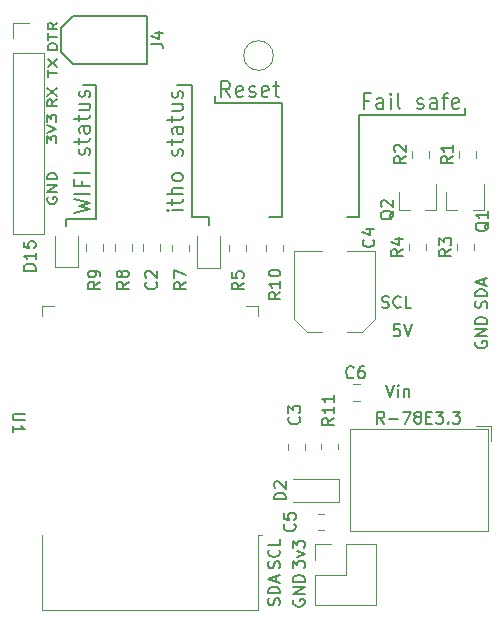
<source format=gto>
G04 #@! TF.GenerationSoftware,KiCad,Pcbnew,(5.1.9-0-10_14)*
G04 #@! TF.CreationDate,2021-11-16T12:16:35+01:00*
G04 #@! TF.ProjectId,ithowifi_4l,6974686f-7769-4666-995f-346c2e6b6963,rev?*
G04 #@! TF.SameCoordinates,Original*
G04 #@! TF.FileFunction,Legend,Top*
G04 #@! TF.FilePolarity,Positive*
%FSLAX46Y46*%
G04 Gerber Fmt 4.6, Leading zero omitted, Abs format (unit mm)*
G04 Created by KiCad (PCBNEW (5.1.9-0-10_14)) date 2021-11-16 12:16:35*
%MOMM*%
%LPD*%
G01*
G04 APERTURE LIST*
%ADD10C,0.200000*%
%ADD11C,0.150000*%
%ADD12C,0.120000*%
G04 APERTURE END LIST*
D10*
X107188000Y-122936000D02*
X107188000Y-113284000D01*
X101473000Y-113284000D02*
X107188000Y-113284000D01*
X101473000Y-113284000D02*
X101473000Y-112649000D01*
X106045000Y-122936000D02*
X107188000Y-122936000D01*
X113665000Y-114300000D02*
X122682000Y-114300000D01*
X122682000Y-114300000D02*
X122682000Y-113665000D01*
X113665000Y-122936000D02*
X113665000Y-114300000D01*
X113665000Y-122936000D02*
X112649000Y-122936000D01*
X100965000Y-123571000D02*
X100965000Y-122936000D01*
X99568000Y-122936000D02*
X100965000Y-122936000D01*
X99568000Y-111760000D02*
X98298000Y-111760000D01*
X99568000Y-111760000D02*
X99568000Y-122936000D01*
X91440000Y-111760000D02*
X91440000Y-123063000D01*
X90360500Y-111760000D02*
X91440000Y-111760000D01*
X88900000Y-123063000D02*
X91440000Y-123063000D01*
X88900000Y-123698000D02*
X88900000Y-123063000D01*
D11*
X86304380Y-127452285D02*
X85304380Y-127452285D01*
X85304380Y-127214190D01*
X85352000Y-127071333D01*
X85447238Y-126976095D01*
X85542476Y-126928476D01*
X85732952Y-126880857D01*
X85875809Y-126880857D01*
X86066285Y-126928476D01*
X86161523Y-126976095D01*
X86256761Y-127071333D01*
X86304380Y-127214190D01*
X86304380Y-127452285D01*
X86304380Y-125928476D02*
X86304380Y-126499904D01*
X86304380Y-126214190D02*
X85304380Y-126214190D01*
X85447238Y-126309428D01*
X85542476Y-126404666D01*
X85590095Y-126499904D01*
X85304380Y-125023714D02*
X85304380Y-125499904D01*
X85780571Y-125547523D01*
X85732952Y-125499904D01*
X85685333Y-125404666D01*
X85685333Y-125166571D01*
X85732952Y-125071333D01*
X85780571Y-125023714D01*
X85875809Y-124976095D01*
X86113904Y-124976095D01*
X86209142Y-125023714D01*
X86256761Y-125071333D01*
X86304380Y-125166571D01*
X86304380Y-125404666D01*
X86256761Y-125499904D01*
X86209142Y-125547523D01*
X117141523Y-132020380D02*
X116665333Y-132020380D01*
X116617714Y-132496571D01*
X116665333Y-132448952D01*
X116760571Y-132401333D01*
X116998666Y-132401333D01*
X117093904Y-132448952D01*
X117141523Y-132496571D01*
X117189142Y-132591809D01*
X117189142Y-132829904D01*
X117141523Y-132925142D01*
X117093904Y-132972761D01*
X116998666Y-133020380D01*
X116760571Y-133020380D01*
X116665333Y-132972761D01*
X116617714Y-132925142D01*
X117474857Y-132020380D02*
X117808190Y-133020380D01*
X118141523Y-132020380D01*
X108084380Y-152658476D02*
X108084380Y-152039428D01*
X108465333Y-152372761D01*
X108465333Y-152229904D01*
X108512952Y-152134666D01*
X108560571Y-152087047D01*
X108655809Y-152039428D01*
X108893904Y-152039428D01*
X108989142Y-152087047D01*
X109036761Y-152134666D01*
X109084380Y-152229904D01*
X109084380Y-152515619D01*
X109036761Y-152610857D01*
X108989142Y-152658476D01*
X108417714Y-151706095D02*
X109084380Y-151468000D01*
X108417714Y-151229904D01*
X108084380Y-150944190D02*
X108084380Y-150325142D01*
X108465333Y-150658476D01*
X108465333Y-150515619D01*
X108512952Y-150420380D01*
X108560571Y-150372761D01*
X108655809Y-150325142D01*
X108893904Y-150325142D01*
X108989142Y-150372761D01*
X109036761Y-150420380D01*
X109084380Y-150515619D01*
X109084380Y-150801333D01*
X109036761Y-150896571D01*
X108989142Y-150944190D01*
X108132000Y-155329904D02*
X108084380Y-155425142D01*
X108084380Y-155568000D01*
X108132000Y-155710857D01*
X108227238Y-155806095D01*
X108322476Y-155853714D01*
X108512952Y-155901333D01*
X108655809Y-155901333D01*
X108846285Y-155853714D01*
X108941523Y-155806095D01*
X109036761Y-155710857D01*
X109084380Y-155568000D01*
X109084380Y-155472761D01*
X109036761Y-155329904D01*
X108989142Y-155282285D01*
X108655809Y-155282285D01*
X108655809Y-155472761D01*
X109084380Y-154853714D02*
X108084380Y-154853714D01*
X109084380Y-154282285D01*
X108084380Y-154282285D01*
X109084380Y-153806095D02*
X108084380Y-153806095D01*
X108084380Y-153568000D01*
X108132000Y-153425142D01*
X108227238Y-153329904D01*
X108322476Y-153282285D01*
X108512952Y-153234666D01*
X108655809Y-153234666D01*
X108846285Y-153282285D01*
X108941523Y-153329904D01*
X109036761Y-153425142D01*
X109084380Y-153568000D01*
X109084380Y-153806095D01*
X106936761Y-155782285D02*
X106984380Y-155639428D01*
X106984380Y-155401333D01*
X106936761Y-155306095D01*
X106889142Y-155258476D01*
X106793904Y-155210857D01*
X106698666Y-155210857D01*
X106603428Y-155258476D01*
X106555809Y-155306095D01*
X106508190Y-155401333D01*
X106460571Y-155591809D01*
X106412952Y-155687047D01*
X106365333Y-155734666D01*
X106270095Y-155782285D01*
X106174857Y-155782285D01*
X106079619Y-155734666D01*
X106032000Y-155687047D01*
X105984380Y-155591809D01*
X105984380Y-155353714D01*
X106032000Y-155210857D01*
X106984380Y-154782285D02*
X105984380Y-154782285D01*
X105984380Y-154544190D01*
X106032000Y-154401333D01*
X106127238Y-154306095D01*
X106222476Y-154258476D01*
X106412952Y-154210857D01*
X106555809Y-154210857D01*
X106746285Y-154258476D01*
X106841523Y-154306095D01*
X106936761Y-154401333D01*
X106984380Y-154544190D01*
X106984380Y-154782285D01*
X106698666Y-153829904D02*
X106698666Y-153353714D01*
X106984380Y-153925142D02*
X105984380Y-153591809D01*
X106984380Y-153258476D01*
X106936761Y-152658476D02*
X106984380Y-152515619D01*
X106984380Y-152277523D01*
X106936761Y-152182285D01*
X106889142Y-152134666D01*
X106793904Y-152087047D01*
X106698666Y-152087047D01*
X106603428Y-152134666D01*
X106555809Y-152182285D01*
X106508190Y-152277523D01*
X106460571Y-152468000D01*
X106412952Y-152563238D01*
X106365333Y-152610857D01*
X106270095Y-152658476D01*
X106174857Y-152658476D01*
X106079619Y-152610857D01*
X106032000Y-152563238D01*
X105984380Y-152468000D01*
X105984380Y-152229904D01*
X106032000Y-152087047D01*
X106889142Y-151087047D02*
X106936761Y-151134666D01*
X106984380Y-151277523D01*
X106984380Y-151372761D01*
X106936761Y-151515619D01*
X106841523Y-151610857D01*
X106746285Y-151658476D01*
X106555809Y-151706095D01*
X106412952Y-151706095D01*
X106222476Y-151658476D01*
X106127238Y-151610857D01*
X106032000Y-151515619D01*
X105984380Y-151372761D01*
X105984380Y-151277523D01*
X106032000Y-151134666D01*
X106079619Y-151087047D01*
X106984380Y-150182285D02*
X106984380Y-150658476D01*
X105984380Y-150658476D01*
X87331600Y-121259504D02*
X87293504Y-121354742D01*
X87293504Y-121497600D01*
X87331600Y-121640457D01*
X87407790Y-121735695D01*
X87483980Y-121783314D01*
X87636361Y-121830933D01*
X87750647Y-121830933D01*
X87903028Y-121783314D01*
X87979219Y-121735695D01*
X88055409Y-121640457D01*
X88093504Y-121497600D01*
X88093504Y-121402361D01*
X88055409Y-121259504D01*
X88017314Y-121211885D01*
X87750647Y-121211885D01*
X87750647Y-121402361D01*
X88093504Y-120783314D02*
X87293504Y-120783314D01*
X88093504Y-120211885D01*
X87293504Y-120211885D01*
X88093504Y-119735695D02*
X87293504Y-119735695D01*
X87293504Y-119497600D01*
X87331600Y-119354742D01*
X87407790Y-119259504D01*
X87483980Y-119211885D01*
X87636361Y-119164266D01*
X87750647Y-119164266D01*
X87903028Y-119211885D01*
X87979219Y-119259504D01*
X88055409Y-119354742D01*
X88093504Y-119497600D01*
X88093504Y-119735695D01*
X87268104Y-116681095D02*
X87268104Y-116062047D01*
X87572866Y-116395380D01*
X87572866Y-116252523D01*
X87610961Y-116157285D01*
X87649057Y-116109666D01*
X87725247Y-116062047D01*
X87915723Y-116062047D01*
X87991914Y-116109666D01*
X88030009Y-116157285D01*
X88068104Y-116252523D01*
X88068104Y-116538238D01*
X88030009Y-116633476D01*
X87991914Y-116681095D01*
X87268104Y-115776333D02*
X88068104Y-115443000D01*
X87268104Y-115109666D01*
X87268104Y-114871571D02*
X87268104Y-114252523D01*
X87572866Y-114585857D01*
X87572866Y-114443000D01*
X87610961Y-114347761D01*
X87649057Y-114300142D01*
X87725247Y-114252523D01*
X87915723Y-114252523D01*
X87991914Y-114300142D01*
X88030009Y-114347761D01*
X88068104Y-114443000D01*
X88068104Y-114728714D01*
X88030009Y-114823952D01*
X87991914Y-114871571D01*
X88093504Y-112968066D02*
X87712552Y-113301400D01*
X88093504Y-113539495D02*
X87293504Y-113539495D01*
X87293504Y-113158542D01*
X87331600Y-113063304D01*
X87369695Y-113015685D01*
X87445885Y-112968066D01*
X87560171Y-112968066D01*
X87636361Y-113015685D01*
X87674457Y-113063304D01*
X87712552Y-113158542D01*
X87712552Y-113539495D01*
X87293504Y-112634733D02*
X88093504Y-111968066D01*
X87293504Y-111968066D02*
X88093504Y-112634733D01*
X87318904Y-111048704D02*
X87318904Y-110477276D01*
X88118904Y-110762990D02*
X87318904Y-110762990D01*
X87318904Y-110239180D02*
X88118904Y-109572514D01*
X87318904Y-109572514D02*
X88118904Y-110239180D01*
X88144304Y-108788057D02*
X87344304Y-108788057D01*
X87344304Y-108549961D01*
X87382400Y-108407104D01*
X87458590Y-108311866D01*
X87534780Y-108264247D01*
X87687161Y-108216628D01*
X87801447Y-108216628D01*
X87953828Y-108264247D01*
X88030019Y-108311866D01*
X88106209Y-108407104D01*
X88144304Y-108549961D01*
X88144304Y-108788057D01*
X87344304Y-107930914D02*
X87344304Y-107359485D01*
X88144304Y-107645200D02*
X87344304Y-107645200D01*
X88144304Y-106454723D02*
X87763352Y-106788057D01*
X88144304Y-107026152D02*
X87344304Y-107026152D01*
X87344304Y-106645200D01*
X87382400Y-106549961D01*
X87420495Y-106502342D01*
X87496685Y-106454723D01*
X87610971Y-106454723D01*
X87687161Y-106502342D01*
X87725257Y-106549961D01*
X87763352Y-106645200D01*
X87763352Y-107026152D01*
X116008190Y-137120380D02*
X116341523Y-138120380D01*
X116674857Y-137120380D01*
X117008190Y-138120380D02*
X117008190Y-137453714D01*
X117008190Y-137120380D02*
X116960571Y-137168000D01*
X117008190Y-137215619D01*
X117055809Y-137168000D01*
X117008190Y-137120380D01*
X117008190Y-137215619D01*
X117484380Y-137453714D02*
X117484380Y-138120380D01*
X117484380Y-137548952D02*
X117532000Y-137501333D01*
X117627238Y-137453714D01*
X117770095Y-137453714D01*
X117865333Y-137501333D01*
X117912952Y-137596571D01*
X117912952Y-138120380D01*
X123579000Y-133476904D02*
X123531380Y-133572142D01*
X123531380Y-133715000D01*
X123579000Y-133857857D01*
X123674238Y-133953095D01*
X123769476Y-134000714D01*
X123959952Y-134048333D01*
X124102809Y-134048333D01*
X124293285Y-134000714D01*
X124388523Y-133953095D01*
X124483761Y-133857857D01*
X124531380Y-133715000D01*
X124531380Y-133619761D01*
X124483761Y-133476904D01*
X124436142Y-133429285D01*
X124102809Y-133429285D01*
X124102809Y-133619761D01*
X124531380Y-133000714D02*
X123531380Y-133000714D01*
X124531380Y-132429285D01*
X123531380Y-132429285D01*
X124531380Y-131953095D02*
X123531380Y-131953095D01*
X123531380Y-131715000D01*
X123579000Y-131572142D01*
X123674238Y-131476904D01*
X123769476Y-131429285D01*
X123959952Y-131381666D01*
X124102809Y-131381666D01*
X124293285Y-131429285D01*
X124388523Y-131476904D01*
X124483761Y-131572142D01*
X124531380Y-131715000D01*
X124531380Y-131953095D01*
X115649523Y-130579761D02*
X115792380Y-130627380D01*
X116030476Y-130627380D01*
X116125714Y-130579761D01*
X116173333Y-130532142D01*
X116220952Y-130436904D01*
X116220952Y-130341666D01*
X116173333Y-130246428D01*
X116125714Y-130198809D01*
X116030476Y-130151190D01*
X115840000Y-130103571D01*
X115744761Y-130055952D01*
X115697142Y-130008333D01*
X115649523Y-129913095D01*
X115649523Y-129817857D01*
X115697142Y-129722619D01*
X115744761Y-129675000D01*
X115840000Y-129627380D01*
X116078095Y-129627380D01*
X116220952Y-129675000D01*
X117220952Y-130532142D02*
X117173333Y-130579761D01*
X117030476Y-130627380D01*
X116935238Y-130627380D01*
X116792380Y-130579761D01*
X116697142Y-130484523D01*
X116649523Y-130389285D01*
X116601904Y-130198809D01*
X116601904Y-130055952D01*
X116649523Y-129865476D01*
X116697142Y-129770238D01*
X116792380Y-129675000D01*
X116935238Y-129627380D01*
X117030476Y-129627380D01*
X117173333Y-129675000D01*
X117220952Y-129722619D01*
X118125714Y-130627380D02*
X117649523Y-130627380D01*
X117649523Y-129627380D01*
X124483761Y-130627285D02*
X124531380Y-130484428D01*
X124531380Y-130246333D01*
X124483761Y-130151095D01*
X124436142Y-130103476D01*
X124340904Y-130055857D01*
X124245666Y-130055857D01*
X124150428Y-130103476D01*
X124102809Y-130151095D01*
X124055190Y-130246333D01*
X124007571Y-130436809D01*
X123959952Y-130532047D01*
X123912333Y-130579666D01*
X123817095Y-130627285D01*
X123721857Y-130627285D01*
X123626619Y-130579666D01*
X123579000Y-130532047D01*
X123531380Y-130436809D01*
X123531380Y-130198714D01*
X123579000Y-130055857D01*
X124531380Y-129627285D02*
X123531380Y-129627285D01*
X123531380Y-129389190D01*
X123579000Y-129246333D01*
X123674238Y-129151095D01*
X123769476Y-129103476D01*
X123959952Y-129055857D01*
X124102809Y-129055857D01*
X124293285Y-129103476D01*
X124388523Y-129151095D01*
X124483761Y-129246333D01*
X124531380Y-129389190D01*
X124531380Y-129627285D01*
X124245666Y-128674904D02*
X124245666Y-128198714D01*
X124531380Y-128770142D02*
X123531380Y-128436809D01*
X124531380Y-128103476D01*
D12*
X106433180Y-109251460D02*
G75*
G03*
X106433180Y-109251460I-1251000J0D01*
G01*
X110436500Y-142604564D02*
X110436500Y-142150436D01*
X111906500Y-142604564D02*
X111906500Y-142150436D01*
X112025500Y-147084000D02*
X112025500Y-145084000D01*
X112025500Y-145084000D02*
X108125500Y-145084000D01*
X112025500Y-147084000D02*
X108125500Y-147084000D01*
X107642500Y-142662252D02*
X107642500Y-142139748D01*
X109112500Y-142662252D02*
X109112500Y-142139748D01*
X113743252Y-138503000D02*
X113220748Y-138503000D01*
X113743252Y-137033000D02*
X113220748Y-137033000D01*
X115042000Y-125820500D02*
X112692000Y-125820500D01*
X108222000Y-125820500D02*
X110572000Y-125820500D01*
X108222000Y-131576063D02*
X108222000Y-125820500D01*
X115042000Y-131576063D02*
X115042000Y-125820500D01*
X113977563Y-132640500D02*
X112692000Y-132640500D01*
X109286437Y-132640500D02*
X110572000Y-132640500D01*
X109286437Y-132640500D02*
X108222000Y-131576063D01*
X113977563Y-132640500D02*
X115042000Y-131576063D01*
X109962000Y-155798000D02*
X115162000Y-155798000D01*
X109962000Y-153198000D02*
X109962000Y-155798000D01*
X115162000Y-150598000D02*
X115162000Y-155798000D01*
X109962000Y-153198000D02*
X112562000Y-153198000D01*
X112562000Y-153198000D02*
X112562000Y-150598000D01*
X112562000Y-150598000D02*
X115162000Y-150598000D01*
X109962000Y-151928000D02*
X109962000Y-150598000D01*
X109962000Y-150598000D02*
X111292000Y-150598000D01*
D11*
X89496000Y-109933400D02*
X95719000Y-109933400D01*
X88480000Y-108917400D02*
X89496000Y-109933400D01*
X88480000Y-106885400D02*
X88480000Y-108917400D01*
X89496000Y-105869400D02*
X88480000Y-106885400D01*
X95719000Y-105869400D02*
X89496000Y-105869400D01*
X95719000Y-109933400D02*
X95719000Y-105869400D01*
D12*
X105097600Y-131260400D02*
X105097600Y-130480400D01*
X105097600Y-130480400D02*
X104097600Y-130480400D01*
X86857600Y-131260400D02*
X86857600Y-130480400D01*
X86857600Y-130480400D02*
X87857600Y-130480400D01*
X105097600Y-156225400D02*
X86857600Y-156225400D01*
X86857600Y-156225400D02*
X86857600Y-149805400D01*
X105097600Y-156225400D02*
X105097600Y-149805400D01*
X105097600Y-149805400D02*
X105477600Y-149805400D01*
X107246000Y-125251422D02*
X107246000Y-125768578D01*
X105826000Y-125251422D02*
X105826000Y-125768578D01*
X87940000Y-124501400D02*
X87940000Y-127186400D01*
X87940000Y-127186400D02*
X89860000Y-127186400D01*
X89860000Y-127186400D02*
X89860000Y-124501400D01*
X92023000Y-125242822D02*
X92023000Y-125759978D01*
X90603000Y-125242822D02*
X90603000Y-125759978D01*
X93016000Y-125759978D02*
X93016000Y-125242822D01*
X94436000Y-125759978D02*
X94436000Y-125242822D01*
X97842000Y-125774078D02*
X97842000Y-125256922D01*
X99262000Y-125774078D02*
X99262000Y-125256922D01*
X84395000Y-124367600D02*
X87055000Y-124367600D01*
X84395000Y-109067600D02*
X84395000Y-124367600D01*
X87055000Y-109067600D02*
X87055000Y-124367600D01*
X84395000Y-109067600D02*
X87055000Y-109067600D01*
X84395000Y-107797600D02*
X84395000Y-106467600D01*
X84395000Y-106467600D02*
X85725000Y-106467600D01*
X110178322Y-148041000D02*
X110695478Y-148041000D01*
X110178322Y-149461000D02*
X110695478Y-149461000D01*
X95429000Y-125759978D02*
X95429000Y-125242822D01*
X96849000Y-125759978D02*
X96849000Y-125242822D01*
X100005000Y-124515500D02*
X100005000Y-127200500D01*
X100005000Y-127200500D02*
X101925000Y-127200500D01*
X101925000Y-127200500D02*
X101925000Y-124515500D01*
X102668000Y-125774078D02*
X102668000Y-125256922D01*
X104088000Y-125774078D02*
X104088000Y-125256922D01*
X119328000Y-125202422D02*
X119328000Y-125719578D01*
X117908000Y-125202422D02*
X117908000Y-125719578D01*
X123392000Y-125202422D02*
X123392000Y-125719578D01*
X121972000Y-125202422D02*
X121972000Y-125719578D01*
X119582000Y-117365822D02*
X119582000Y-117882978D01*
X118162000Y-117365822D02*
X118162000Y-117882978D01*
X122149800Y-117882978D02*
X122149800Y-117365822D01*
X123569800Y-117882978D02*
X123569800Y-117365822D01*
X117078600Y-122299000D02*
X118008600Y-122299000D01*
X120238600Y-122299000D02*
X119308600Y-122299000D01*
X120238600Y-122299000D02*
X120238600Y-120139000D01*
X117078600Y-122299000D02*
X117078600Y-120839000D01*
X121076600Y-122299000D02*
X122006600Y-122299000D01*
X124236600Y-122299000D02*
X123306600Y-122299000D01*
X124236600Y-122299000D02*
X124236600Y-120139000D01*
X121076600Y-122299000D02*
X121076600Y-120839000D01*
X124630600Y-149511200D02*
X112909600Y-149511200D01*
X124630600Y-140891200D02*
X112909600Y-140891200D01*
X124630600Y-149511200D02*
X124630600Y-140891200D01*
X112909600Y-149511200D02*
X112909600Y-140891200D01*
X124870600Y-141891200D02*
X124870600Y-140651200D01*
X124870600Y-140651200D02*
X123630600Y-140651200D01*
D11*
X102784476Y-112729095D02*
X102351142Y-112110047D01*
X102041619Y-112729095D02*
X102041619Y-111429095D01*
X102536857Y-111429095D01*
X102660666Y-111491000D01*
X102722571Y-111552904D01*
X102784476Y-111676714D01*
X102784476Y-111862428D01*
X102722571Y-111986238D01*
X102660666Y-112048142D01*
X102536857Y-112110047D01*
X102041619Y-112110047D01*
X103836857Y-112667190D02*
X103713047Y-112729095D01*
X103465428Y-112729095D01*
X103341619Y-112667190D01*
X103279714Y-112543380D01*
X103279714Y-112048142D01*
X103341619Y-111924333D01*
X103465428Y-111862428D01*
X103713047Y-111862428D01*
X103836857Y-111924333D01*
X103898761Y-112048142D01*
X103898761Y-112171952D01*
X103279714Y-112295761D01*
X104394000Y-112667190D02*
X104517809Y-112729095D01*
X104765428Y-112729095D01*
X104889238Y-112667190D01*
X104951142Y-112543380D01*
X104951142Y-112481476D01*
X104889238Y-112357666D01*
X104765428Y-112295761D01*
X104579714Y-112295761D01*
X104455904Y-112233857D01*
X104394000Y-112110047D01*
X104394000Y-112048142D01*
X104455904Y-111924333D01*
X104579714Y-111862428D01*
X104765428Y-111862428D01*
X104889238Y-111924333D01*
X106003523Y-112667190D02*
X105879714Y-112729095D01*
X105632095Y-112729095D01*
X105508285Y-112667190D01*
X105446380Y-112543380D01*
X105446380Y-112048142D01*
X105508285Y-111924333D01*
X105632095Y-111862428D01*
X105879714Y-111862428D01*
X106003523Y-111924333D01*
X106065428Y-112048142D01*
X106065428Y-112171952D01*
X105446380Y-112295761D01*
X106436857Y-111862428D02*
X106932095Y-111862428D01*
X106622571Y-111429095D02*
X106622571Y-112543380D01*
X106684476Y-112667190D01*
X106808285Y-112729095D01*
X106932095Y-112729095D01*
X114519523Y-113064142D02*
X114086190Y-113064142D01*
X114086190Y-113745095D02*
X114086190Y-112445095D01*
X114705238Y-112445095D01*
X115757619Y-113745095D02*
X115757619Y-113064142D01*
X115695714Y-112940333D01*
X115571904Y-112878428D01*
X115324285Y-112878428D01*
X115200476Y-112940333D01*
X115757619Y-113683190D02*
X115633809Y-113745095D01*
X115324285Y-113745095D01*
X115200476Y-113683190D01*
X115138571Y-113559380D01*
X115138571Y-113435571D01*
X115200476Y-113311761D01*
X115324285Y-113249857D01*
X115633809Y-113249857D01*
X115757619Y-113187952D01*
X116376666Y-113745095D02*
X116376666Y-112878428D01*
X116376666Y-112445095D02*
X116314761Y-112507000D01*
X116376666Y-112568904D01*
X116438571Y-112507000D01*
X116376666Y-112445095D01*
X116376666Y-112568904D01*
X117181428Y-113745095D02*
X117057619Y-113683190D01*
X116995714Y-113559380D01*
X116995714Y-112445095D01*
X118605238Y-113683190D02*
X118729047Y-113745095D01*
X118976666Y-113745095D01*
X119100476Y-113683190D01*
X119162380Y-113559380D01*
X119162380Y-113497476D01*
X119100476Y-113373666D01*
X118976666Y-113311761D01*
X118790952Y-113311761D01*
X118667142Y-113249857D01*
X118605238Y-113126047D01*
X118605238Y-113064142D01*
X118667142Y-112940333D01*
X118790952Y-112878428D01*
X118976666Y-112878428D01*
X119100476Y-112940333D01*
X120276666Y-113745095D02*
X120276666Y-113064142D01*
X120214761Y-112940333D01*
X120090952Y-112878428D01*
X119843333Y-112878428D01*
X119719523Y-112940333D01*
X120276666Y-113683190D02*
X120152857Y-113745095D01*
X119843333Y-113745095D01*
X119719523Y-113683190D01*
X119657619Y-113559380D01*
X119657619Y-113435571D01*
X119719523Y-113311761D01*
X119843333Y-113249857D01*
X120152857Y-113249857D01*
X120276666Y-113187952D01*
X120710000Y-112878428D02*
X121205238Y-112878428D01*
X120895714Y-113745095D02*
X120895714Y-112630809D01*
X120957619Y-112507000D01*
X121081428Y-112445095D01*
X121205238Y-112445095D01*
X122133809Y-113683190D02*
X122010000Y-113745095D01*
X121762380Y-113745095D01*
X121638571Y-113683190D01*
X121576666Y-113559380D01*
X121576666Y-113064142D01*
X121638571Y-112940333D01*
X121762380Y-112878428D01*
X122010000Y-112878428D01*
X122133809Y-112940333D01*
X122195714Y-113064142D01*
X122195714Y-113187952D01*
X121576666Y-113311761D01*
X111560380Y-139932357D02*
X111084190Y-140265690D01*
X111560380Y-140503785D02*
X110560380Y-140503785D01*
X110560380Y-140122833D01*
X110608000Y-140027595D01*
X110655619Y-139979976D01*
X110750857Y-139932357D01*
X110893714Y-139932357D01*
X110988952Y-139979976D01*
X111036571Y-140027595D01*
X111084190Y-140122833D01*
X111084190Y-140503785D01*
X111560380Y-138979976D02*
X111560380Y-139551404D01*
X111560380Y-139265690D02*
X110560380Y-139265690D01*
X110703238Y-139360928D01*
X110798476Y-139456166D01*
X110846095Y-139551404D01*
X111560380Y-138027595D02*
X111560380Y-138599023D01*
X111560380Y-138313309D02*
X110560380Y-138313309D01*
X110703238Y-138408547D01*
X110798476Y-138503785D01*
X110846095Y-138599023D01*
X107496380Y-146822095D02*
X106496380Y-146822095D01*
X106496380Y-146584000D01*
X106544000Y-146441142D01*
X106639238Y-146345904D01*
X106734476Y-146298285D01*
X106924952Y-146250666D01*
X107067809Y-146250666D01*
X107258285Y-146298285D01*
X107353523Y-146345904D01*
X107448761Y-146441142D01*
X107496380Y-146584000D01*
X107496380Y-146822095D01*
X106591619Y-145869714D02*
X106544000Y-145822095D01*
X106496380Y-145726857D01*
X106496380Y-145488761D01*
X106544000Y-145393523D01*
X106591619Y-145345904D01*
X106686857Y-145298285D01*
X106782095Y-145298285D01*
X106924952Y-145345904D01*
X107496380Y-145917333D01*
X107496380Y-145298285D01*
X108607642Y-139837166D02*
X108655261Y-139884785D01*
X108702880Y-140027642D01*
X108702880Y-140122880D01*
X108655261Y-140265738D01*
X108560023Y-140360976D01*
X108464785Y-140408595D01*
X108274309Y-140456214D01*
X108131452Y-140456214D01*
X107940976Y-140408595D01*
X107845738Y-140360976D01*
X107750500Y-140265738D01*
X107702880Y-140122880D01*
X107702880Y-140027642D01*
X107750500Y-139884785D01*
X107798119Y-139837166D01*
X107702880Y-139503833D02*
X107702880Y-138884785D01*
X108083833Y-139218119D01*
X108083833Y-139075261D01*
X108131452Y-138980023D01*
X108179071Y-138932404D01*
X108274309Y-138884785D01*
X108512404Y-138884785D01*
X108607642Y-138932404D01*
X108655261Y-138980023D01*
X108702880Y-139075261D01*
X108702880Y-139360976D01*
X108655261Y-139456214D01*
X108607642Y-139503833D01*
X113227333Y-136471642D02*
X113179714Y-136519261D01*
X113036857Y-136566880D01*
X112941619Y-136566880D01*
X112798761Y-136519261D01*
X112703523Y-136424023D01*
X112655904Y-136328785D01*
X112608285Y-136138309D01*
X112608285Y-135995452D01*
X112655904Y-135804976D01*
X112703523Y-135709738D01*
X112798761Y-135614500D01*
X112941619Y-135566880D01*
X113036857Y-135566880D01*
X113179714Y-135614500D01*
X113227333Y-135662119D01*
X114084476Y-135566880D02*
X113894000Y-135566880D01*
X113798761Y-135614500D01*
X113751142Y-135662119D01*
X113655904Y-135804976D01*
X113608285Y-135995452D01*
X113608285Y-136376404D01*
X113655904Y-136471642D01*
X113703523Y-136519261D01*
X113798761Y-136566880D01*
X113989238Y-136566880D01*
X114084476Y-136519261D01*
X114132095Y-136471642D01*
X114179714Y-136376404D01*
X114179714Y-136138309D01*
X114132095Y-136043071D01*
X114084476Y-135995452D01*
X113989238Y-135947833D01*
X113798761Y-135947833D01*
X113703523Y-135995452D01*
X113655904Y-136043071D01*
X113608285Y-136138309D01*
X114889142Y-124834666D02*
X114936761Y-124882285D01*
X114984380Y-125025142D01*
X114984380Y-125120380D01*
X114936761Y-125263238D01*
X114841523Y-125358476D01*
X114746285Y-125406095D01*
X114555809Y-125453714D01*
X114412952Y-125453714D01*
X114222476Y-125406095D01*
X114127238Y-125358476D01*
X114032000Y-125263238D01*
X113984380Y-125120380D01*
X113984380Y-125025142D01*
X114032000Y-124882285D01*
X114079619Y-124834666D01*
X114317714Y-123977523D02*
X114984380Y-123977523D01*
X113936761Y-124215619D02*
X114651047Y-124453714D01*
X114651047Y-123834666D01*
X96084380Y-108247433D02*
X96798666Y-108247433D01*
X96941523Y-108295052D01*
X97036761Y-108390290D01*
X97084380Y-108533147D01*
X97084380Y-108628385D01*
X96417714Y-107342671D02*
X97084380Y-107342671D01*
X96036761Y-107580766D02*
X96751047Y-107818861D01*
X96751047Y-107199814D01*
X85383619Y-139573095D02*
X84574095Y-139573095D01*
X84478857Y-139620714D01*
X84431238Y-139668333D01*
X84383619Y-139763571D01*
X84383619Y-139954047D01*
X84431238Y-140049285D01*
X84478857Y-140096904D01*
X84574095Y-140144523D01*
X85383619Y-140144523D01*
X84383619Y-141144523D02*
X84383619Y-140573095D01*
X84383619Y-140858809D02*
X85383619Y-140858809D01*
X85240761Y-140763571D01*
X85145523Y-140668333D01*
X85097904Y-140573095D01*
X107039180Y-129277057D02*
X106562990Y-129610390D01*
X107039180Y-129848485D02*
X106039180Y-129848485D01*
X106039180Y-129467533D01*
X106086800Y-129372295D01*
X106134419Y-129324676D01*
X106229657Y-129277057D01*
X106372514Y-129277057D01*
X106467752Y-129324676D01*
X106515371Y-129372295D01*
X106562990Y-129467533D01*
X106562990Y-129848485D01*
X107039180Y-128324676D02*
X107039180Y-128896104D01*
X107039180Y-128610390D02*
X106039180Y-128610390D01*
X106182038Y-128705628D01*
X106277276Y-128800866D01*
X106324895Y-128896104D01*
X106039180Y-127705628D02*
X106039180Y-127610390D01*
X106086800Y-127515152D01*
X106134419Y-127467533D01*
X106229657Y-127419914D01*
X106420133Y-127372295D01*
X106658228Y-127372295D01*
X106848704Y-127419914D01*
X106943942Y-127467533D01*
X106991561Y-127515152D01*
X107039180Y-127610390D01*
X107039180Y-127705628D01*
X106991561Y-127800866D01*
X106943942Y-127848485D01*
X106848704Y-127896104D01*
X106658228Y-127943723D01*
X106420133Y-127943723D01*
X106229657Y-127896104D01*
X106134419Y-127848485D01*
X106086800Y-127800866D01*
X106039180Y-127705628D01*
X89585095Y-122548000D02*
X90885095Y-122238476D01*
X89956523Y-121990857D01*
X90885095Y-121743238D01*
X89585095Y-121433714D01*
X90885095Y-120938476D02*
X89585095Y-120938476D01*
X90204142Y-119886095D02*
X90204142Y-120319428D01*
X90885095Y-120319428D02*
X89585095Y-120319428D01*
X89585095Y-119700380D01*
X90885095Y-119205142D02*
X89585095Y-119205142D01*
X90823190Y-117657523D02*
X90885095Y-117533714D01*
X90885095Y-117286095D01*
X90823190Y-117162285D01*
X90699380Y-117100380D01*
X90637476Y-117100380D01*
X90513666Y-117162285D01*
X90451761Y-117286095D01*
X90451761Y-117471809D01*
X90389857Y-117595619D01*
X90266047Y-117657523D01*
X90204142Y-117657523D01*
X90080333Y-117595619D01*
X90018428Y-117471809D01*
X90018428Y-117286095D01*
X90080333Y-117162285D01*
X90018428Y-116728952D02*
X90018428Y-116233714D01*
X89585095Y-116543238D02*
X90699380Y-116543238D01*
X90823190Y-116481333D01*
X90885095Y-116357523D01*
X90885095Y-116233714D01*
X90885095Y-115243238D02*
X90204142Y-115243238D01*
X90080333Y-115305142D01*
X90018428Y-115428952D01*
X90018428Y-115676571D01*
X90080333Y-115800380D01*
X90823190Y-115243238D02*
X90885095Y-115367047D01*
X90885095Y-115676571D01*
X90823190Y-115800380D01*
X90699380Y-115862285D01*
X90575571Y-115862285D01*
X90451761Y-115800380D01*
X90389857Y-115676571D01*
X90389857Y-115367047D01*
X90327952Y-115243238D01*
X90018428Y-114809904D02*
X90018428Y-114314666D01*
X89585095Y-114624190D02*
X90699380Y-114624190D01*
X90823190Y-114562285D01*
X90885095Y-114438476D01*
X90885095Y-114314666D01*
X90018428Y-113324190D02*
X90885095Y-113324190D01*
X90018428Y-113881333D02*
X90699380Y-113881333D01*
X90823190Y-113819428D01*
X90885095Y-113695619D01*
X90885095Y-113509904D01*
X90823190Y-113386095D01*
X90761285Y-113324190D01*
X90823190Y-112767047D02*
X90885095Y-112643238D01*
X90885095Y-112395619D01*
X90823190Y-112271809D01*
X90699380Y-112209904D01*
X90637476Y-112209904D01*
X90513666Y-112271809D01*
X90451761Y-112395619D01*
X90451761Y-112581333D01*
X90389857Y-112705142D01*
X90266047Y-112767047D01*
X90204142Y-112767047D01*
X90080333Y-112705142D01*
X90018428Y-112581333D01*
X90018428Y-112395619D01*
X90080333Y-112271809D01*
X91765380Y-128413566D02*
X91289190Y-128746900D01*
X91765380Y-128984995D02*
X90765380Y-128984995D01*
X90765380Y-128604042D01*
X90813000Y-128508804D01*
X90860619Y-128461185D01*
X90955857Y-128413566D01*
X91098714Y-128413566D01*
X91193952Y-128461185D01*
X91241571Y-128508804D01*
X91289190Y-128604042D01*
X91289190Y-128984995D01*
X91765380Y-127937376D02*
X91765380Y-127746900D01*
X91717761Y-127651661D01*
X91670142Y-127604042D01*
X91527285Y-127508804D01*
X91336809Y-127461185D01*
X90955857Y-127461185D01*
X90860619Y-127508804D01*
X90813000Y-127556423D01*
X90765380Y-127651661D01*
X90765380Y-127842138D01*
X90813000Y-127937376D01*
X90860619Y-127984995D01*
X90955857Y-128032614D01*
X91193952Y-128032614D01*
X91289190Y-127984995D01*
X91336809Y-127937376D01*
X91384428Y-127842138D01*
X91384428Y-127651661D01*
X91336809Y-127556423D01*
X91289190Y-127508804D01*
X91193952Y-127461185D01*
X94178380Y-128413566D02*
X93702190Y-128746900D01*
X94178380Y-128984995D02*
X93178380Y-128984995D01*
X93178380Y-128604042D01*
X93226000Y-128508804D01*
X93273619Y-128461185D01*
X93368857Y-128413566D01*
X93511714Y-128413566D01*
X93606952Y-128461185D01*
X93654571Y-128508804D01*
X93702190Y-128604042D01*
X93702190Y-128984995D01*
X93606952Y-127842138D02*
X93559333Y-127937376D01*
X93511714Y-127984995D01*
X93416476Y-128032614D01*
X93368857Y-128032614D01*
X93273619Y-127984995D01*
X93226000Y-127937376D01*
X93178380Y-127842138D01*
X93178380Y-127651661D01*
X93226000Y-127556423D01*
X93273619Y-127508804D01*
X93368857Y-127461185D01*
X93416476Y-127461185D01*
X93511714Y-127508804D01*
X93559333Y-127556423D01*
X93606952Y-127651661D01*
X93606952Y-127842138D01*
X93654571Y-127937376D01*
X93702190Y-127984995D01*
X93797428Y-128032614D01*
X93987904Y-128032614D01*
X94083142Y-127984995D01*
X94130761Y-127937376D01*
X94178380Y-127842138D01*
X94178380Y-127651661D01*
X94130761Y-127556423D01*
X94083142Y-127508804D01*
X93987904Y-127461185D01*
X93797428Y-127461185D01*
X93702190Y-127508804D01*
X93654571Y-127556423D01*
X93606952Y-127651661D01*
X99004380Y-128436666D02*
X98528190Y-128770000D01*
X99004380Y-129008095D02*
X98004380Y-129008095D01*
X98004380Y-128627142D01*
X98052000Y-128531904D01*
X98099619Y-128484285D01*
X98194857Y-128436666D01*
X98337714Y-128436666D01*
X98432952Y-128484285D01*
X98480571Y-128531904D01*
X98528190Y-128627142D01*
X98528190Y-129008095D01*
X98004380Y-128103333D02*
X98004380Y-127436666D01*
X99004380Y-127865238D01*
X108226642Y-148917666D02*
X108274261Y-148965285D01*
X108321880Y-149108142D01*
X108321880Y-149203380D01*
X108274261Y-149346238D01*
X108179023Y-149441476D01*
X108083785Y-149489095D01*
X107893309Y-149536714D01*
X107750452Y-149536714D01*
X107559976Y-149489095D01*
X107464738Y-149441476D01*
X107369500Y-149346238D01*
X107321880Y-149203380D01*
X107321880Y-149108142D01*
X107369500Y-148965285D01*
X107417119Y-148917666D01*
X107321880Y-148012904D02*
X107321880Y-148489095D01*
X107798071Y-148536714D01*
X107750452Y-148489095D01*
X107702833Y-148393857D01*
X107702833Y-148155761D01*
X107750452Y-148060523D01*
X107798071Y-148012904D01*
X107893309Y-147965285D01*
X108131404Y-147965285D01*
X108226642Y-148012904D01*
X108274261Y-148060523D01*
X108321880Y-148155761D01*
X108321880Y-148393857D01*
X108274261Y-148489095D01*
X108226642Y-148536714D01*
X96496142Y-128436666D02*
X96543761Y-128484285D01*
X96591380Y-128627142D01*
X96591380Y-128722380D01*
X96543761Y-128865238D01*
X96448523Y-128960476D01*
X96353285Y-129008095D01*
X96162809Y-129055714D01*
X96019952Y-129055714D01*
X95829476Y-129008095D01*
X95734238Y-128960476D01*
X95639000Y-128865238D01*
X95591380Y-128722380D01*
X95591380Y-128627142D01*
X95639000Y-128484285D01*
X95686619Y-128436666D01*
X95686619Y-128055714D02*
X95639000Y-128008095D01*
X95591380Y-127912857D01*
X95591380Y-127674761D01*
X95639000Y-127579523D01*
X95686619Y-127531904D01*
X95781857Y-127484285D01*
X95877095Y-127484285D01*
X96019952Y-127531904D01*
X96591380Y-128103333D01*
X96591380Y-127484285D01*
X98759095Y-122362285D02*
X97892428Y-122362285D01*
X97459095Y-122362285D02*
X97521000Y-122424190D01*
X97582904Y-122362285D01*
X97521000Y-122300380D01*
X97459095Y-122362285D01*
X97582904Y-122362285D01*
X97892428Y-121928952D02*
X97892428Y-121433714D01*
X97459095Y-121743238D02*
X98573380Y-121743238D01*
X98697190Y-121681333D01*
X98759095Y-121557523D01*
X98759095Y-121433714D01*
X98759095Y-121000380D02*
X97459095Y-121000380D01*
X98759095Y-120443238D02*
X98078142Y-120443238D01*
X97954333Y-120505142D01*
X97892428Y-120628952D01*
X97892428Y-120814666D01*
X97954333Y-120938476D01*
X98016238Y-121000380D01*
X98759095Y-119638476D02*
X98697190Y-119762285D01*
X98635285Y-119824190D01*
X98511476Y-119886095D01*
X98140047Y-119886095D01*
X98016238Y-119824190D01*
X97954333Y-119762285D01*
X97892428Y-119638476D01*
X97892428Y-119452761D01*
X97954333Y-119328952D01*
X98016238Y-119267047D01*
X98140047Y-119205142D01*
X98511476Y-119205142D01*
X98635285Y-119267047D01*
X98697190Y-119328952D01*
X98759095Y-119452761D01*
X98759095Y-119638476D01*
X98697190Y-117719428D02*
X98759095Y-117595619D01*
X98759095Y-117348000D01*
X98697190Y-117224190D01*
X98573380Y-117162285D01*
X98511476Y-117162285D01*
X98387666Y-117224190D01*
X98325761Y-117348000D01*
X98325761Y-117533714D01*
X98263857Y-117657523D01*
X98140047Y-117719428D01*
X98078142Y-117719428D01*
X97954333Y-117657523D01*
X97892428Y-117533714D01*
X97892428Y-117348000D01*
X97954333Y-117224190D01*
X97892428Y-116790857D02*
X97892428Y-116295619D01*
X97459095Y-116605142D02*
X98573380Y-116605142D01*
X98697190Y-116543238D01*
X98759095Y-116419428D01*
X98759095Y-116295619D01*
X98759095Y-115305142D02*
X98078142Y-115305142D01*
X97954333Y-115367047D01*
X97892428Y-115490857D01*
X97892428Y-115738476D01*
X97954333Y-115862285D01*
X98697190Y-115305142D02*
X98759095Y-115428952D01*
X98759095Y-115738476D01*
X98697190Y-115862285D01*
X98573380Y-115924190D01*
X98449571Y-115924190D01*
X98325761Y-115862285D01*
X98263857Y-115738476D01*
X98263857Y-115428952D01*
X98201952Y-115305142D01*
X97892428Y-114871809D02*
X97892428Y-114376571D01*
X97459095Y-114686095D02*
X98573380Y-114686095D01*
X98697190Y-114624190D01*
X98759095Y-114500380D01*
X98759095Y-114376571D01*
X97892428Y-113386095D02*
X98759095Y-113386095D01*
X97892428Y-113943238D02*
X98573380Y-113943238D01*
X98697190Y-113881333D01*
X98759095Y-113757523D01*
X98759095Y-113571809D01*
X98697190Y-113448000D01*
X98635285Y-113386095D01*
X98697190Y-112828952D02*
X98759095Y-112705142D01*
X98759095Y-112457523D01*
X98697190Y-112333714D01*
X98573380Y-112271809D01*
X98511476Y-112271809D01*
X98387666Y-112333714D01*
X98325761Y-112457523D01*
X98325761Y-112643238D01*
X98263857Y-112767047D01*
X98140047Y-112828952D01*
X98078142Y-112828952D01*
X97954333Y-112767047D01*
X97892428Y-112643238D01*
X97892428Y-112457523D01*
X97954333Y-112333714D01*
X103914380Y-128470666D02*
X103438190Y-128804000D01*
X103914380Y-129042095D02*
X102914380Y-129042095D01*
X102914380Y-128661142D01*
X102962000Y-128565904D01*
X103009619Y-128518285D01*
X103104857Y-128470666D01*
X103247714Y-128470666D01*
X103342952Y-128518285D01*
X103390571Y-128565904D01*
X103438190Y-128661142D01*
X103438190Y-129042095D01*
X102914380Y-127565904D02*
X102914380Y-128042095D01*
X103390571Y-128089714D01*
X103342952Y-128042095D01*
X103295333Y-127946857D01*
X103295333Y-127708761D01*
X103342952Y-127613523D01*
X103390571Y-127565904D01*
X103485809Y-127518285D01*
X103723904Y-127518285D01*
X103819142Y-127565904D01*
X103866761Y-127613523D01*
X103914380Y-127708761D01*
X103914380Y-127946857D01*
X103866761Y-128042095D01*
X103819142Y-128089714D01*
X117419380Y-125642666D02*
X116943190Y-125976000D01*
X117419380Y-126214095D02*
X116419380Y-126214095D01*
X116419380Y-125833142D01*
X116467000Y-125737904D01*
X116514619Y-125690285D01*
X116609857Y-125642666D01*
X116752714Y-125642666D01*
X116847952Y-125690285D01*
X116895571Y-125737904D01*
X116943190Y-125833142D01*
X116943190Y-126214095D01*
X116752714Y-124785523D02*
X117419380Y-124785523D01*
X116371761Y-125023619D02*
X117086047Y-125261714D01*
X117086047Y-124642666D01*
X121483380Y-125642666D02*
X121007190Y-125976000D01*
X121483380Y-126214095D02*
X120483380Y-126214095D01*
X120483380Y-125833142D01*
X120531000Y-125737904D01*
X120578619Y-125690285D01*
X120673857Y-125642666D01*
X120816714Y-125642666D01*
X120911952Y-125690285D01*
X120959571Y-125737904D01*
X121007190Y-125833142D01*
X121007190Y-126214095D01*
X120483380Y-125309333D02*
X120483380Y-124690285D01*
X120864333Y-125023619D01*
X120864333Y-124880761D01*
X120911952Y-124785523D01*
X120959571Y-124737904D01*
X121054809Y-124690285D01*
X121292904Y-124690285D01*
X121388142Y-124737904D01*
X121435761Y-124785523D01*
X121483380Y-124880761D01*
X121483380Y-125166476D01*
X121435761Y-125261714D01*
X121388142Y-125309333D01*
X117673380Y-117768666D02*
X117197190Y-118102000D01*
X117673380Y-118340095D02*
X116673380Y-118340095D01*
X116673380Y-117959142D01*
X116721000Y-117863904D01*
X116768619Y-117816285D01*
X116863857Y-117768666D01*
X117006714Y-117768666D01*
X117101952Y-117816285D01*
X117149571Y-117863904D01*
X117197190Y-117959142D01*
X117197190Y-118340095D01*
X116768619Y-117387714D02*
X116721000Y-117340095D01*
X116673380Y-117244857D01*
X116673380Y-117006761D01*
X116721000Y-116911523D01*
X116768619Y-116863904D01*
X116863857Y-116816285D01*
X116959095Y-116816285D01*
X117101952Y-116863904D01*
X117673380Y-117435333D01*
X117673380Y-116816285D01*
X121610380Y-117768666D02*
X121134190Y-118102000D01*
X121610380Y-118340095D02*
X120610380Y-118340095D01*
X120610380Y-117959142D01*
X120658000Y-117863904D01*
X120705619Y-117816285D01*
X120800857Y-117768666D01*
X120943714Y-117768666D01*
X121038952Y-117816285D01*
X121086571Y-117863904D01*
X121134190Y-117959142D01*
X121134190Y-118340095D01*
X121610380Y-116816285D02*
X121610380Y-117387714D01*
X121610380Y-117102000D02*
X120610380Y-117102000D01*
X120753238Y-117197238D01*
X120848476Y-117292476D01*
X120896095Y-117387714D01*
X116622219Y-122380238D02*
X116574600Y-122475476D01*
X116479361Y-122570714D01*
X116336504Y-122713571D01*
X116288885Y-122808809D01*
X116288885Y-122904047D01*
X116526980Y-122856428D02*
X116479361Y-122951666D01*
X116384123Y-123046904D01*
X116193647Y-123094523D01*
X115860314Y-123094523D01*
X115669838Y-123046904D01*
X115574600Y-122951666D01*
X115526980Y-122856428D01*
X115526980Y-122665952D01*
X115574600Y-122570714D01*
X115669838Y-122475476D01*
X115860314Y-122427857D01*
X116193647Y-122427857D01*
X116384123Y-122475476D01*
X116479361Y-122570714D01*
X116526980Y-122665952D01*
X116526980Y-122856428D01*
X115622219Y-122046904D02*
X115574600Y-121999285D01*
X115526980Y-121904047D01*
X115526980Y-121665952D01*
X115574600Y-121570714D01*
X115622219Y-121523095D01*
X115717457Y-121475476D01*
X115812695Y-121475476D01*
X115955552Y-121523095D01*
X116526980Y-122094523D01*
X116526980Y-121475476D01*
X124664719Y-123348738D02*
X124617100Y-123443976D01*
X124521861Y-123539214D01*
X124379004Y-123682071D01*
X124331385Y-123777309D01*
X124331385Y-123872547D01*
X124569480Y-123824928D02*
X124521861Y-123920166D01*
X124426623Y-124015404D01*
X124236147Y-124063023D01*
X123902814Y-124063023D01*
X123712338Y-124015404D01*
X123617100Y-123920166D01*
X123569480Y-123824928D01*
X123569480Y-123634452D01*
X123617100Y-123539214D01*
X123712338Y-123443976D01*
X123902814Y-123396357D01*
X124236147Y-123396357D01*
X124426623Y-123443976D01*
X124521861Y-123539214D01*
X124569480Y-123634452D01*
X124569480Y-123824928D01*
X124569480Y-122443976D02*
X124569480Y-123015404D01*
X124569480Y-122729690D02*
X123569480Y-122729690D01*
X123712338Y-122824928D01*
X123807576Y-122920166D01*
X123855195Y-123015404D01*
X115814838Y-140406380D02*
X115481504Y-139930190D01*
X115243409Y-140406380D02*
X115243409Y-139406380D01*
X115624361Y-139406380D01*
X115719600Y-139454000D01*
X115767219Y-139501619D01*
X115814838Y-139596857D01*
X115814838Y-139739714D01*
X115767219Y-139834952D01*
X115719600Y-139882571D01*
X115624361Y-139930190D01*
X115243409Y-139930190D01*
X116243409Y-140025428D02*
X117005314Y-140025428D01*
X117386266Y-139406380D02*
X118052933Y-139406380D01*
X117624361Y-140406380D01*
X118576742Y-139834952D02*
X118481504Y-139787333D01*
X118433885Y-139739714D01*
X118386266Y-139644476D01*
X118386266Y-139596857D01*
X118433885Y-139501619D01*
X118481504Y-139454000D01*
X118576742Y-139406380D01*
X118767219Y-139406380D01*
X118862457Y-139454000D01*
X118910076Y-139501619D01*
X118957695Y-139596857D01*
X118957695Y-139644476D01*
X118910076Y-139739714D01*
X118862457Y-139787333D01*
X118767219Y-139834952D01*
X118576742Y-139834952D01*
X118481504Y-139882571D01*
X118433885Y-139930190D01*
X118386266Y-140025428D01*
X118386266Y-140215904D01*
X118433885Y-140311142D01*
X118481504Y-140358761D01*
X118576742Y-140406380D01*
X118767219Y-140406380D01*
X118862457Y-140358761D01*
X118910076Y-140311142D01*
X118957695Y-140215904D01*
X118957695Y-140025428D01*
X118910076Y-139930190D01*
X118862457Y-139882571D01*
X118767219Y-139834952D01*
X119386266Y-139882571D02*
X119719600Y-139882571D01*
X119862457Y-140406380D02*
X119386266Y-140406380D01*
X119386266Y-139406380D01*
X119862457Y-139406380D01*
X120195790Y-139406380D02*
X120814838Y-139406380D01*
X120481504Y-139787333D01*
X120624361Y-139787333D01*
X120719600Y-139834952D01*
X120767219Y-139882571D01*
X120814838Y-139977809D01*
X120814838Y-140215904D01*
X120767219Y-140311142D01*
X120719600Y-140358761D01*
X120624361Y-140406380D01*
X120338647Y-140406380D01*
X120243409Y-140358761D01*
X120195790Y-140311142D01*
X121243409Y-140311142D02*
X121291028Y-140358761D01*
X121243409Y-140406380D01*
X121195790Y-140358761D01*
X121243409Y-140311142D01*
X121243409Y-140406380D01*
X121624361Y-139406380D02*
X122243409Y-139406380D01*
X121910076Y-139787333D01*
X122052933Y-139787333D01*
X122148171Y-139834952D01*
X122195790Y-139882571D01*
X122243409Y-139977809D01*
X122243409Y-140215904D01*
X122195790Y-140311142D01*
X122148171Y-140358761D01*
X122052933Y-140406380D01*
X121767219Y-140406380D01*
X121671980Y-140358761D01*
X121624361Y-140311142D01*
M02*

</source>
